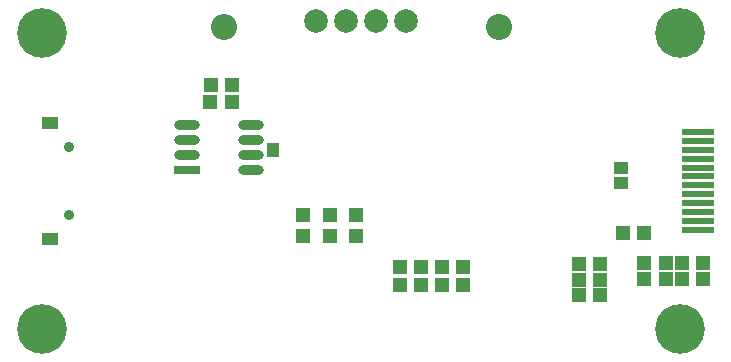
<source format=gbs>
G04 Layer_Color=16711935*
%FSLAX44Y44*%
%MOMM*%
G71*
G01*
G75*
%ADD105R,1.2400X0.9900*%
%ADD106R,0.9900X1.2400*%
%ADD114R,2.2032X0.8032*%
%ADD115O,2.2032X0.8032*%
%ADD117R,1.2032X1.2032*%
%ADD119R,1.2032X1.2032*%
%ADD123O,0.4032X0.5032*%
%ADD124R,2.7032X0.6032*%
%ADD131O,0.5032X0.4032*%
%ADD132R,1.4032X1.0032*%
%ADD133C,2.2032*%
%ADD134C,2.0032*%
%ADD135C,0.9032*%
%ADD136C,4.2032*%
D105*
X519650Y153350D02*
D03*
Y166050D02*
D03*
D106*
X225550Y180800D02*
D03*
D114*
X152500Y164450D02*
D03*
D115*
Y177150D02*
D03*
Y189850D02*
D03*
Y202550D02*
D03*
X206500Y164450D02*
D03*
Y177150D02*
D03*
Y189850D02*
D03*
Y202550D02*
D03*
D117*
X557760Y85620D02*
D03*
X539790D02*
D03*
X502110Y84500D02*
D03*
X484140D02*
D03*
X502110Y71500D02*
D03*
X484140D02*
D03*
X502110Y58500D02*
D03*
X484140D02*
D03*
X539610Y111000D02*
D03*
X521640D02*
D03*
X589610Y85500D02*
D03*
X571640D02*
D03*
X571540Y71650D02*
D03*
X589510D02*
D03*
X539790D02*
D03*
X557760D02*
D03*
X190360Y222000D02*
D03*
X172390D02*
D03*
X190610Y236000D02*
D03*
X172640D02*
D03*
X368630Y66940D02*
D03*
X386600D02*
D03*
X368630Y82180D02*
D03*
X386600D02*
D03*
X333070Y66940D02*
D03*
X351040D02*
D03*
X333070Y82180D02*
D03*
X351040D02*
D03*
D119*
X295500Y126110D02*
D03*
Y108140D02*
D03*
X273500Y126110D02*
D03*
Y108140D02*
D03*
X250500Y126110D02*
D03*
Y108140D02*
D03*
D123*
X516128Y153336D02*
D03*
X523596D02*
D03*
X516128Y166036D02*
D03*
X523596D02*
D03*
D124*
X585000Y113750D02*
D03*
Y121250D02*
D03*
Y128750D02*
D03*
Y136250D02*
D03*
Y143750D02*
D03*
Y151250D02*
D03*
Y158750D02*
D03*
Y166250D02*
D03*
Y173750D02*
D03*
Y181250D02*
D03*
Y188750D02*
D03*
Y196250D02*
D03*
D131*
X225564Y184746D02*
D03*
Y177278D02*
D03*
D132*
X36500Y106000D02*
D03*
Y204000D02*
D03*
D133*
X183500Y285000D02*
D03*
X416500D02*
D03*
D134*
X261900Y290000D02*
D03*
X287300D02*
D03*
X312700D02*
D03*
X338100D02*
D03*
D135*
X52580Y126100D02*
D03*
Y183900D02*
D03*
D136*
X30000Y280000D02*
D03*
X570000D02*
D03*
Y30000D02*
D03*
X30000D02*
D03*
M02*

</source>
